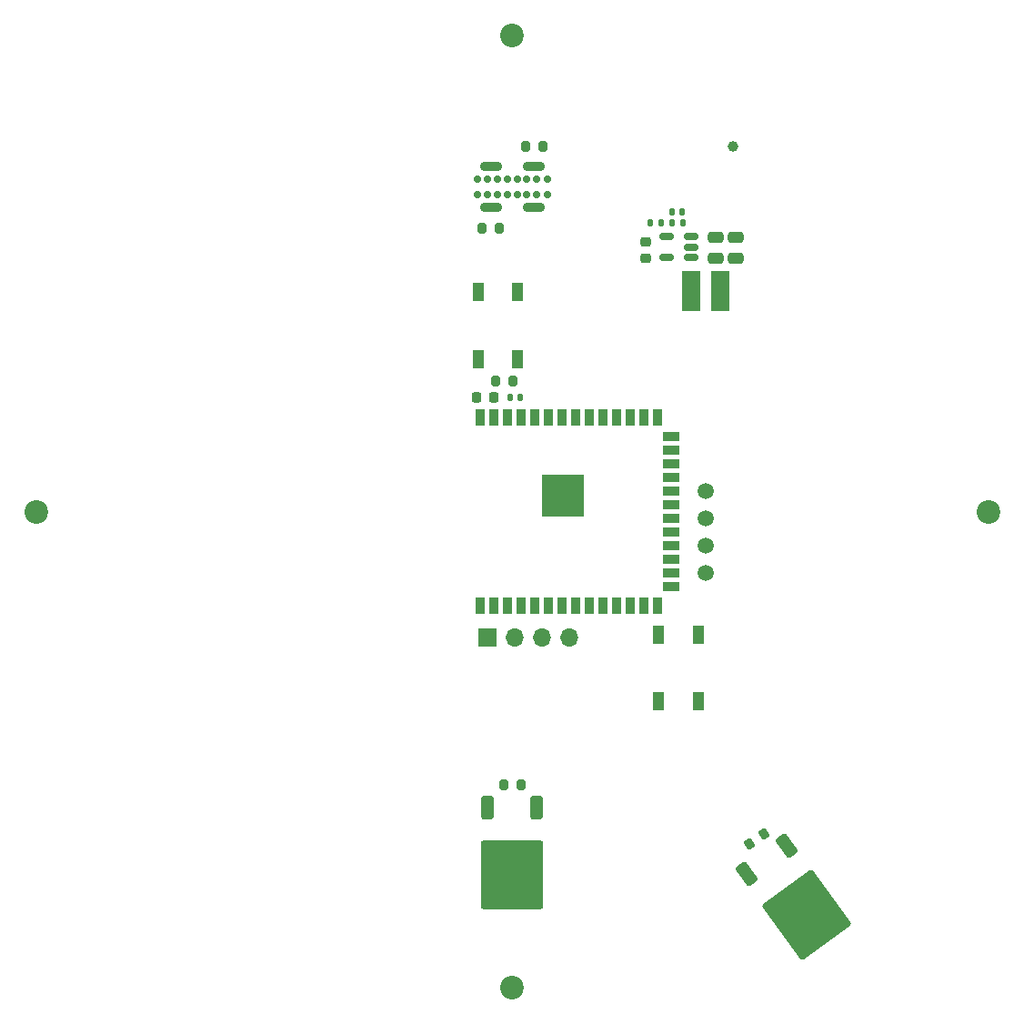
<source format=gbr>
%TF.GenerationSoftware,KiCad,Pcbnew,8.0.3*%
%TF.CreationDate,2024-07-21T13:05:35-04:00*%
%TF.ProjectId,Mainboard,4d61696e-626f-4617-9264-2e6b69636164,rev?*%
%TF.SameCoordinates,Original*%
%TF.FileFunction,Soldermask,Bot*%
%TF.FilePolarity,Negative*%
%FSLAX46Y46*%
G04 Gerber Fmt 4.6, Leading zero omitted, Abs format (unit mm)*
G04 Created by KiCad (PCBNEW 8.0.3) date 2024-07-21 13:05:35*
%MOMM*%
%LPD*%
G01*
G04 APERTURE LIST*
G04 Aperture macros list*
%AMRoundRect*
0 Rectangle with rounded corners*
0 $1 Rounding radius*
0 $2 $3 $4 $5 $6 $7 $8 $9 X,Y pos of 4 corners*
0 Add a 4 corners polygon primitive as box body*
4,1,4,$2,$3,$4,$5,$6,$7,$8,$9,$2,$3,0*
0 Add four circle primitives for the rounded corners*
1,1,$1+$1,$2,$3*
1,1,$1+$1,$4,$5*
1,1,$1+$1,$6,$7*
1,1,$1+$1,$8,$9*
0 Add four rect primitives between the rounded corners*
20,1,$1+$1,$2,$3,$4,$5,0*
20,1,$1+$1,$4,$5,$6,$7,0*
20,1,$1+$1,$6,$7,$8,$9,0*
20,1,$1+$1,$8,$9,$2,$3,0*%
G04 Aperture macros list end*
%ADD10C,2.200000*%
%ADD11C,1.500000*%
%ADD12RoundRect,0.250000X0.475000X-0.250000X0.475000X0.250000X-0.475000X0.250000X-0.475000X-0.250000X0*%
%ADD13RoundRect,0.200000X-0.200000X-0.275000X0.200000X-0.275000X0.200000X0.275000X-0.200000X0.275000X0*%
%ADD14RoundRect,0.140000X0.140000X0.170000X-0.140000X0.170000X-0.140000X-0.170000X0.140000X-0.170000X0*%
%ADD15RoundRect,0.250000X-0.350000X0.850000X-0.350000X-0.850000X0.350000X-0.850000X0.350000X0.850000X0*%
%ADD16RoundRect,0.249997X-2.650003X2.950003X-2.650003X-2.950003X2.650003X-2.950003X2.650003X2.950003X0*%
%ADD17R,1.700000X3.700000*%
%ADD18RoundRect,0.150000X0.512500X0.150000X-0.512500X0.150000X-0.512500X-0.150000X0.512500X-0.150000X0*%
%ADD19RoundRect,0.250000X-0.782773X0.481940X0.216462X-0.893389X0.782773X-0.481940X-0.216462X0.893389X0*%
%ADD20RoundRect,0.249997X-3.877866X0.828970X-0.409929X-3.944235X3.877866X-0.828970X0.409929X3.944235X0*%
%ADD21RoundRect,0.200000X-0.000162X-0.340037X0.323444X-0.104923X0.000162X0.340037X-0.323444X0.104923X0*%
%ADD22RoundRect,0.225000X0.250000X-0.225000X0.250000X0.225000X-0.250000X0.225000X-0.250000X-0.225000X0*%
%ADD23R,1.700000X1.700000*%
%ADD24O,1.700000X1.700000*%
%ADD25RoundRect,0.225000X0.225000X0.250000X-0.225000X0.250000X-0.225000X-0.250000X0.225000X-0.250000X0*%
%ADD26R,0.900000X1.500000*%
%ADD27R,1.500000X0.900000*%
%ADD28C,0.600000*%
%ADD29R,3.900000X3.900000*%
%ADD30RoundRect,0.135000X0.135000X0.185000X-0.135000X0.185000X-0.135000X-0.185000X0.135000X-0.185000X0*%
%ADD31RoundRect,0.200000X0.200000X0.275000X-0.200000X0.275000X-0.200000X-0.275000X0.200000X-0.275000X0*%
%ADD32C,0.700000*%
%ADD33O,2.050000X0.900000*%
%ADD34R,1.100000X1.800000*%
%ADD35C,1.000000*%
G04 APERTURE END LIST*
D10*
%TO.C,REF\u002A\u002A*%
X82677000Y-101600000D03*
%TD*%
%TO.C,REF\u002A\u002A*%
X171323000Y-101600000D03*
%TD*%
%TO.C,REF\u002A\u002A*%
X127000000Y-145923000D03*
%TD*%
%TO.C,REF\u002A\u002A*%
X127000000Y-57277000D03*
%TD*%
D11*
%TO.C,TP4*%
X145034000Y-102235000D03*
%TD*%
D12*
%TO.C,C3*%
X145928500Y-77978000D03*
X145928500Y-76078000D03*
%TD*%
D13*
%TO.C,R37*%
X126175000Y-127000000D03*
X127825000Y-127000000D03*
%TD*%
%TO.C,R2*%
X128207000Y-67564000D03*
X129857000Y-67564000D03*
%TD*%
D14*
%TO.C,C1*%
X127734000Y-90932000D03*
X126774000Y-90932000D03*
%TD*%
D15*
%TO.C,Q1*%
X124722500Y-129150000D03*
D16*
X127002500Y-135450000D03*
D15*
X129282500Y-129150000D03*
%TD*%
D11*
%TO.C,TP5*%
X145034000Y-99695000D03*
%TD*%
D17*
%TO.C,L1*%
X143684000Y-81026000D03*
X146384000Y-81026000D03*
%TD*%
D11*
%TO.C,TP2*%
X145034000Y-107315000D03*
%TD*%
D18*
%TO.C,U2*%
X143631500Y-76012000D03*
X143631500Y-76962000D03*
X143631500Y-77912000D03*
X141356500Y-77912000D03*
X141356500Y-76012000D03*
%TD*%
D19*
%TO.C,Q2*%
X148848744Y-135356280D03*
D20*
X154396349Y-139112936D03*
D19*
X152537861Y-132675979D03*
%TD*%
D14*
%TO.C,C5*%
X142827100Y-73675200D03*
X141867100Y-73675200D03*
%TD*%
D11*
%TO.C,TP3*%
X145034000Y-104775000D03*
%TD*%
D21*
%TO.C,R4*%
X149065561Y-132564923D03*
X150400439Y-131595077D03*
%TD*%
D22*
%TO.C,C2*%
X139446000Y-77991000D03*
X139446000Y-76441000D03*
%TD*%
D23*
%TO.C,J1*%
X124663471Y-113288210D03*
D24*
X127203471Y-113288210D03*
X129743471Y-113288210D03*
X132283471Y-113288210D03*
%TD*%
D25*
%TO.C,C6*%
X125248000Y-90932000D03*
X123698000Y-90932000D03*
%TD*%
D26*
%TO.C,U1*%
X124026000Y-92850000D03*
X125296000Y-92850000D03*
X126566000Y-92850000D03*
X127836000Y-92850000D03*
X129106000Y-92850000D03*
X130376000Y-92850000D03*
X131646000Y-92850000D03*
X132916000Y-92850000D03*
X134186000Y-92850000D03*
X135456000Y-92850000D03*
X136726000Y-92850000D03*
X137996000Y-92850000D03*
X139266000Y-92850000D03*
X140536000Y-92850000D03*
D27*
X141786000Y-94615000D03*
X141786000Y-95885000D03*
X141786000Y-97155000D03*
X141786000Y-98425000D03*
X141786000Y-99695000D03*
X141786000Y-100965000D03*
X141786000Y-102235000D03*
X141786000Y-103505000D03*
X141786000Y-104775000D03*
X141786000Y-106045000D03*
X141786000Y-107315000D03*
X141786000Y-108585000D03*
D26*
X140536000Y-110350000D03*
X139266000Y-110350000D03*
X137996000Y-110350000D03*
X136726000Y-110350000D03*
X135456000Y-110350000D03*
X134186000Y-110350000D03*
X132916000Y-110350000D03*
X131646000Y-110350000D03*
X130376000Y-110350000D03*
X129106000Y-110350000D03*
X127836000Y-110350000D03*
X126566000Y-110350000D03*
X125296000Y-110350000D03*
X124026000Y-110350000D03*
D28*
X132446000Y-98700000D03*
X131046000Y-98700000D03*
X133146000Y-99400000D03*
X131746000Y-99400000D03*
X130346000Y-99400000D03*
X132446000Y-100100000D03*
D29*
X131746000Y-100100000D03*
D28*
X131046000Y-100100000D03*
X133146000Y-100800000D03*
X131746000Y-100800000D03*
X130346000Y-100800000D03*
X132446000Y-101500000D03*
X131046000Y-101500000D03*
%TD*%
D30*
%TO.C,R35*%
X142877000Y-74676000D03*
X141857000Y-74676000D03*
%TD*%
D31*
%TO.C,R1*%
X127063000Y-89408000D03*
X125413000Y-89408000D03*
%TD*%
D12*
%TO.C,C4*%
X147833500Y-77978000D03*
X147833500Y-76078000D03*
%TD*%
D32*
%TO.C,J2*%
X130250000Y-70674000D03*
X129300000Y-70674000D03*
X128350000Y-70674000D03*
X127450000Y-70674000D03*
X126550000Y-70674000D03*
X125650000Y-70674000D03*
X124700000Y-70674000D03*
X123750000Y-70674000D03*
X123750000Y-72074000D03*
X124700000Y-72074000D03*
X125650000Y-72074000D03*
X126550000Y-72074000D03*
X127450000Y-72074000D03*
X128350000Y-72074000D03*
X129300000Y-72074000D03*
X130250000Y-72074000D03*
D33*
X129000000Y-73304000D03*
X129000000Y-69444000D03*
X125000000Y-73304000D03*
X125000000Y-69444000D03*
%TD*%
D30*
%TO.C,R36*%
X140845000Y-74676000D03*
X139825000Y-74676000D03*
%TD*%
D31*
%TO.C,R3*%
X125793000Y-75184000D03*
X124143000Y-75184000D03*
%TD*%
D34*
%TO.C,SW1*%
X140644000Y-113030000D03*
X140644000Y-119230001D03*
X144344000Y-113029999D03*
X144344000Y-119230000D03*
%TD*%
D35*
%TO.C,TP1*%
X147574000Y-67564000D03*
%TD*%
D34*
%TO.C,SW2*%
X123808000Y-81176000D03*
X123808000Y-87376000D03*
X127508000Y-81176000D03*
X127508000Y-87376000D03*
%TD*%
M02*

</source>
